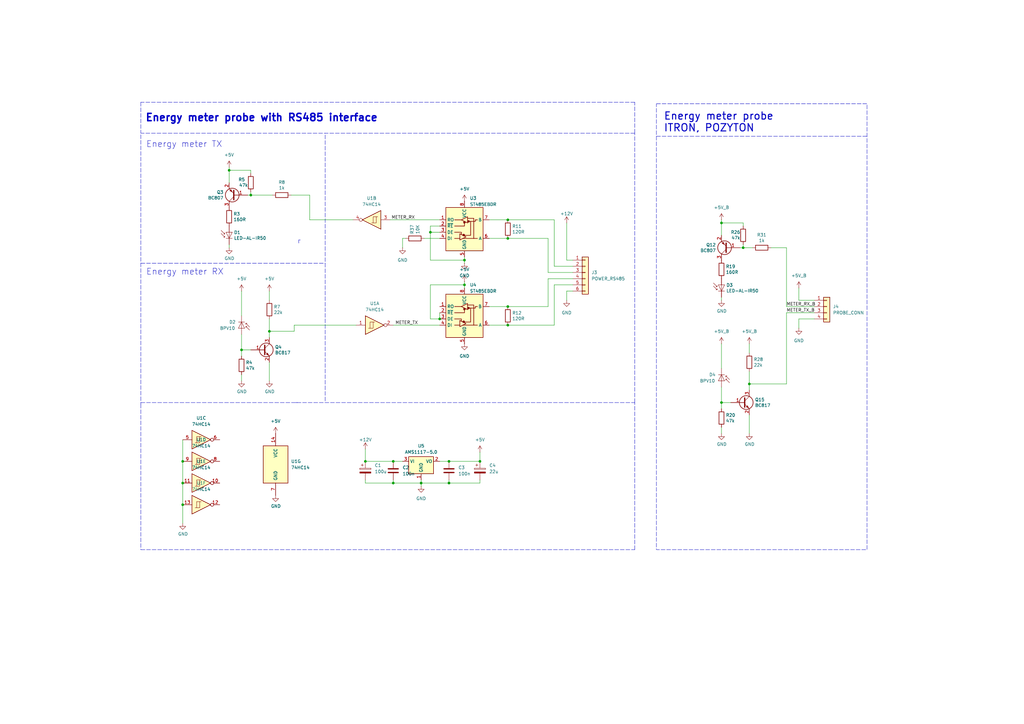
<source format=kicad_sch>
(kicad_sch (version 20231120) (generator "eeschema") (generator_version "8.0")
  (paper "A3")
  (lib_symbols
    (symbol "74xx:74HC14" (pin_names (offset 1.016))
      (property "Reference" "U" (at 0 1.27 0))
      (property "Value" "74HC14" (at 0 -1.27 0))
      (symbol "74HC14_1_0"
        (polyline (pts (xy -3.81 3.81) (xy -3.81 -3.81) (xy 3.81 0) (xy -3.81 3.81)) (stroke (width 0.254)) (fill (type background)))
        (pin input line (at -7.62 0 0) (length 3.81) (name "~") (number "1"))
        (pin output inverted (at 7.62 0 180) (length 3.81) (name "~") (number "2"))
      )
      (symbol "74HC14_1_1"
        (polyline (pts (xy -1.905 -1.27) (xy -1.905 1.27) (xy -0.635 1.27)))
        (polyline (pts (xy -2.54 -1.27) (xy -0.635 -1.27) (xy -0.635 1.27) (xy 0 1.27)))
      )
      (symbol "74HC14_2_0"
        (polyline (pts (xy -3.81 3.81) (xy -3.81 -3.81) (xy 3.81 0) (xy -3.81 3.81)) (stroke (width 0.254)) (fill (type background)))
        (pin input line (at -7.62 0 0) (length 3.81) (name "~") (number "3"))
        (pin output inverted (at 7.62 0 180) (length 3.81) (name "~") (number "4"))
      )
      (symbol "74HC14_2_1"
        (polyline (pts (xy -1.905 -1.27) (xy -1.905 1.27) (xy -0.635 1.27)))
        (polyline (pts (xy -2.54 -1.27) (xy -0.635 -1.27) (xy -0.635 1.27) (xy 0 1.27)))
      )
      (symbol "74HC14_3_0"
        (polyline (pts (xy -3.81 3.81) (xy -3.81 -3.81) (xy 3.81 0) (xy -3.81 3.81)) (stroke (width 0.254)) (fill (type background)))
        (pin input line (at -7.62 0 0) (length 3.81) (name "~") (number "5"))
        (pin output inverted (at 7.62 0 180) (length 3.81) (name "~") (number "6"))
      )
      (symbol "74HC14_3_1"
        (polyline (pts (xy -1.905 -1.27) (xy -1.905 1.27) (xy -0.635 1.27)))
        (polyline (pts (xy -2.54 -1.27) (xy -0.635 -1.27) (xy -0.635 1.27) (xy 0 1.27)))
      )
      (symbol "74HC14_4_0"
        (polyline (pts (xy -3.81 3.81) (xy -3.81 -3.81) (xy 3.81 0) (xy -3.81 3.81)) (stroke (width 0.254)) (fill (type background)))
        (pin output inverted (at 7.62 0 180) (length 3.81) (name "~") (number "8"))
        (pin input line (at -7.62 0 0) (length 3.81) (name "~") (number "9"))
      )
      (symbol "74HC14_4_1"
        (polyline (pts (xy -1.905 -1.27) (xy -1.905 1.27) (xy -0.635 1.27)))
        (polyline (pts (xy -2.54 -1.27) (xy -0.635 -1.27) (xy -0.635 1.27) (xy 0 1.27)))
      )
      (symbol "74HC14_5_0"
        (polyline (pts (xy -3.81 3.81) (xy -3.81 -3.81) (xy 3.81 0) (xy -3.81 3.81)) (stroke (width 0.254)) (fill (type background)))
        (pin output inverted (at 7.62 0 180) (length 3.81) (name "~") (number "10"))
        (pin input line (at -7.62 0 0) (length 3.81) (name "~") (number "11"))
      )
      (symbol "74HC14_5_1"
        (polyline (pts (xy -1.905 -1.27) (xy -1.905 1.27) (xy -0.635 1.27)))
        (polyline (pts (xy -2.54 -1.27) (xy -0.635 -1.27) (xy -0.635 1.27) (xy 0 1.27)))
      )
      (symbol "74HC14_6_0"
        (polyline (pts (xy -3.81 3.81) (xy -3.81 -3.81) (xy 3.81 0) (xy -3.81 3.81)) (stroke (width 0.254)) (fill (type background)))
        (pin output inverted (at 7.62 0 180) (length 3.81) (name "~") (number "12"))
        (pin input line (at -7.62 0 0) (length 3.81) (name "~") (number "13"))
      )
      (symbol "74HC14_6_1"
        (polyline (pts (xy -1.905 -1.27) (xy -1.905 1.27) (xy -0.635 1.27)))
        (polyline (pts (xy -2.54 -1.27) (xy -0.635 -1.27) (xy -0.635 1.27) (xy 0 1.27)))
      )
      (symbol "74HC14_7_0"
        (pin power_in line (at 0 12.7 270) (length 5.08) (name "VCC") (number "14"))
        (pin power_in line (at 0 -12.7 90) (length 5.08) (name "GND") (number "7"))
      )
      (symbol "74HC14_7_1"
        (rectangle (start -5.08 7.62) (end 5.08 -7.62) (stroke (width 0.254)) (fill (type background)))
      )
    )
    (symbol "Connector_Generic:Conn_01x04" (pin_names (offset 1.016) hide)
      (property "Reference" "J" (at 0 5.08 0))
      (property "Value" "Conn_01x04" (at 0 -7.62 0))
      (symbol "Conn_01x04_1_1"
        (rectangle (start -1.27 -4.953) (end 0 -5.207) (stroke (width 0.1524)))
        (rectangle (start -1.27 -2.413) (end 0 -2.667) (stroke (width 0.1524)))
        (rectangle (start -1.27 0.127) (end 0 -0.127) (stroke (width 0.1524)))
        (rectangle (start -1.27 2.667) (end 0 2.413) (stroke (width 0.1524)))
        (rectangle (start -1.27 3.81) (end 1.27 -6.35) (stroke (width 0.254)) (fill (type background)))
        (pin passive line (at -5.08 2.54 0) (length 3.81) (name "Pin_1") (number "1"))
        (pin passive line (at -5.08 0 0) (length 3.81) (name "Pin_2") (number "2"))
        (pin passive line (at -5.08 -2.54 0) (length 3.81) (name "Pin_3") (number "3"))
        (pin passive line (at -5.08 -5.08 0) (length 3.81) (name "Pin_4") (number "4"))
      )
    )
    (symbol "Connector_Generic:Conn_01x06" (pin_names (offset 1.016) hide)
      (property "Reference" "J" (at 0 7.62 0))
      (property "Value" "Conn_01x06" (at 0 -10.16 0))
      (symbol "Conn_01x06_1_1"
        (rectangle (start -1.27 -7.493) (end 0 -7.747) (stroke (width 0.1524)))
        (rectangle (start -1.27 -4.953) (end 0 -5.207) (stroke (width 0.1524)))
        (rectangle (start -1.27 -2.413) (end 0 -2.667) (stroke (width 0.1524)))
        (rectangle (start -1.27 0.127) (end 0 -0.127) (stroke (width 0.1524)))
        (rectangle (start -1.27 2.667) (end 0 2.413) (stroke (width 0.1524)))
        (rectangle (start -1.27 5.207) (end 0 4.953) (stroke (width 0.1524)))
        (rectangle (start -1.27 6.35) (end 1.27 -8.89) (stroke (width 0.254)) (fill (type background)))
        (pin passive line (at -5.08 5.08 0) (length 3.81) (name "Pin_1") (number "1"))
        (pin passive line (at -5.08 2.54 0) (length 3.81) (name "Pin_2") (number "2"))
        (pin passive line (at -5.08 0 0) (length 3.81) (name "Pin_3") (number "3"))
        (pin passive line (at -5.08 -2.54 0) (length 3.81) (name "Pin_4") (number "4"))
        (pin passive line (at -5.08 -5.08 0) (length 3.81) (name "Pin_5") (number "5"))
        (pin passive line (at -5.08 -7.62 0) (length 3.81) (name "Pin_6") (number "6"))
      )
    )
    (symbol "Device:C" (pin_numbers hide) (pin_names (offset 0.254))
      (property "Reference" "C" (at 0.635 2.54 0))
      (property "Value" "C" (at 0.635 -2.54 0))
      (symbol "C_0_1"
        (polyline (pts (xy -2.032 -0.762) (xy 2.032 -0.762)) (stroke (width 0.508)))
        (polyline (pts (xy -2.032 0.762) (xy 2.032 0.762)) (stroke (width 0.508)))
      )
      (symbol "C_1_1"
        (pin passive line (at 0 3.81 270) (length 2.794) (name "~") (number "1"))
        (pin passive line (at 0 -3.81 90) (length 2.794) (name "~") (number "2"))
      )
    )
    (symbol "Device:C_Polarized" (pin_numbers hide) (pin_names (offset 0.254))
      (property "Reference" "C" (at 0.635 2.54 0))
      (property "Value" "C_Polarized" (at 0.635 -2.54 0))
      (symbol "C_Polarized_0_1"
        (rectangle (start -2.286 0.508) (end 2.286 1.016))
        (polyline (pts (xy -1.778 2.286) (xy -0.762 2.286)))
        (polyline (pts (xy -1.27 2.794) (xy -1.27 1.778)))
        (rectangle (start 2.286 -0.508) (end -2.286 -1.016) (fill (type outline)))
      )
      (symbol "C_Polarized_1_1"
        (pin passive line (at 0 3.81 270) (length 2.794) (name "~") (number "1"))
        (pin passive line (at 0 -3.81 90) (length 2.794) (name "~") (number "2"))
      )
    )
    (symbol "Device:R" (pin_numbers hide) (pin_names (offset 0))
      (property "Reference" "R" (at 2.032 0 90))
      (property "Value" "R" (at 0 0 90))
      (symbol "R_0_1"
        (rectangle (start -1.016 -2.54) (end 1.016 2.54) (stroke (width 0.254)))
      )
      (symbol "R_1_1"
        (pin passive line (at 0 3.81 270) (length 1.27) (name "~") (number "1"))
        (pin passive line (at 0 -3.81 90) (length 1.27) (name "~") (number "2"))
      )
    )
    (symbol "Interface_UART:ST485EBDR"
      (property "Reference" "U" (at -6.35 8.89 0))
      (property "Value" "ST485EBDR" (at 1.27 8.89 0))
      (symbol "ST485EBDR_0_1"
        (rectangle (start -7.62 7.62) (end 7.62 -10.16) (stroke (width 0.254)) (fill (type background)))
        (circle (center -0.3048 -3.683) (radius 0.3556) (stroke (width 0.254)) (fill (type outline)))
        (circle (center -0.0254 1.4986) (radius 0.3556) (stroke (width 0.254)) (fill (type outline)))
        (polyline (pts (xy -4.064 -5.08) (xy -1.905 -5.08)) (stroke (width 0.254)))
        (polyline (pts (xy -4.064 2.54) (xy -1.27 2.54)) (stroke (width 0.254)))
        (polyline (pts (xy -1.27 -3.2004) (xy -1.27 -3.4544)) (stroke (width 0.254)))
        (polyline (pts (xy -0.635 -5.08) (xy 5.334 -5.08)) (stroke (width 0.254)))
        (polyline (pts (xy -4.064 -2.54) (xy -1.27 -2.54) (xy -1.27 -3.175)) (stroke (width 0.254)))
        (polyline (pts (xy 0 1.27) (xy 0 0) (xy -4.064 0)) (stroke (width 0.254)))
        (polyline (pts (xy 1.27 3.175) (xy 3.81 3.175) (xy 3.81 -5.08)) (stroke (width 0.254)))
        (polyline (pts (xy 2.54 1.905) (xy 2.54 -3.81) (xy 0 -3.81)) (stroke (width 0.254)))
        (polyline (pts (xy -1.905 -3.175) (xy -1.905 -5.715) (xy 0.635 -4.445) (xy -1.905 -3.175)) (stroke (width 0.254)))
        (polyline (pts (xy -1.27 2.54) (xy 1.27 3.81) (xy 1.27 1.27) (xy -1.27 2.54)) (stroke (width 0.254)))
        (polyline (pts (xy 1.905 1.905) (xy 4.445 1.905) (xy 4.445 2.54) (xy 5.334 2.54)) (stroke (width 0.254)))
        (rectangle (start 1.27 3.175) (end 1.27 3.175))
        (circle (center 1.651 1.905) (radius 0.3556) (stroke (width 0.254)) (fill (type outline)))
      )
      (symbol "ST485EBDR_1_1"
        (pin output line (at -10.16 2.54 0) (length 2.54) (name "RO") (number "1"))
        (pin input line (at -10.16 0 0) (length 2.54) (name "~{RE}") (number "2"))
        (pin input line (at -10.16 -2.54 0) (length 2.54) (name "DE") (number "3"))
        (pin input line (at -10.16 -5.08 0) (length 2.54) (name "DI") (number "4"))
        (pin power_in line (at 0 -12.7 90) (length 2.54) (name "GND") (number "5"))
        (pin bidirectional line (at 10.16 -5.08 180) (length 2.54) (name "A") (number "6"))
        (pin bidirectional line (at 10.16 2.54 180) (length 2.54) (name "B") (number "7"))
        (pin power_in line (at 0 10.16 270) (length 2.54) (name "VCC") (number "8"))
      )
    )
    (symbol "Regulator_Linear:AMS1117-5.0"
      (property "Reference" "U" (at -3.81 3.175 0))
      (property "Value" "AMS1117-5.0" (at 0 3.175 0))
      (symbol "AMS1117-5.0_0_1"
        (rectangle (start -5.08 -5.08) (end 5.08 1.905) (stroke (width 0.254)) (fill (type background)))
      )
      (symbol "AMS1117-5.0_1_1"
        (pin power_in line (at 0 -7.62 90) (length 2.54) (name "GND") (number "1"))
        (pin power_out line (at 7.62 0 180) (length 2.54) (name "VO") (number "2"))
        (pin power_in line (at -7.62 0 0) (length 2.54) (name "VI") (number "3"))
      )
    )
    (symbol "Sensor_Optical:BP104" (pin_numbers hide) (pin_names (offset 1.016) hide)
      (property "Reference" "D" (at 0.508 1.778 0))
      (property "Value" "BP104" (at -1.016 -2.794 0))
      (symbol "BP104_0_1"
        (polyline (pts (xy -2.54 1.27) (xy -2.54 -1.27)) (stroke (width 0.1524)))
        (polyline (pts (xy -2.032 1.778) (xy -1.524 1.778)))
        (polyline (pts (xy 0 -1.27) (xy 0 1.27)))
        (polyline (pts (xy 0 0) (xy -2.54 0)))
        (polyline (pts (xy -0.508 3.302) (xy -2.032 1.778) (xy -2.032 2.286)))
        (polyline (pts (xy 0 1.27) (xy -2.54 0) (xy 0 -1.27)))
        (polyline (pts (xy 0.762 3.302) (xy -0.762 1.778) (xy -0.762 2.286) (xy -0.762 1.778) (xy -0.254 1.778)))
      )
      (symbol "BP104_1_1"
        (pin passive line (at -5.08 0 0) (length 2.54) (name "K") (number "1"))
        (pin passive line (at 2.54 0 180) (length 2.54) (name "A") (number "2"))
      )
    )
    (symbol "Sensor_Optical:SFH203FA" (pin_numbers hide) (pin_names hide)
      (property "Reference" "D" (at 0.508 1.778 0))
      (property "Value" "SFH203FA" (at -1.016 -2.794 0))
      (symbol "SFH203FA_0_1"
        (polyline (pts (xy -2.54 0) (xy 0 0)))
        (polyline (pts (xy -2.54 1.27) (xy -2.54 -1.27)) (stroke (width 0.1524)))
        (polyline (pts (xy -2.032 1.778) (xy -1.524 1.778)))
        (polyline (pts (xy 0 -1.27) (xy 0 1.27)))
        (polyline (pts (xy -0.508 3.302) (xy -2.032 1.778) (xy -2.032 2.286)))
        (polyline (pts (xy 0 1.27) (xy -2.54 0) (xy 0 -1.27)))
        (polyline (pts (xy 0.762 3.302) (xy -0.762 1.778) (xy -0.762 2.286) (xy -0.762 1.778) (xy -0.254 1.778)))
      )
      (symbol "SFH203FA_1_1"
        (pin passive line (at -5.08 0 0) (length 2.54) (name "K") (number "1"))
        (pin passive line (at 2.54 0 180) (length 2.54) (name "A") (number "2"))
      )
    )
    (symbol "Transistor_BJT:BC807" (pin_names (offset 0) hide)
      (property "Reference" "Q" (at 5.08 1.905 0))
      (property "Value" "BC807" (at 5.08 0 0))
      (symbol "BC807_0_1"
        (polyline (pts (xy 0.635 0.635) (xy 2.54 2.54)))
        (polyline (pts (xy 0.635 -0.635) (xy 2.54 -2.54) (xy 2.54 -2.54)))
        (polyline (pts (xy 0.635 1.905) (xy 0.635 -1.905) (xy 0.635 -1.905)) (stroke (width 0.508)))
        (polyline (pts (xy 2.286 -1.778) (xy 1.778 -2.286) (xy 1.27 -1.27) (xy 2.286 -1.778) (xy 2.286 -1.778)) (fill (type outline)))
        (circle (center 1.27 0) (radius 2.8194) (stroke (width 0.254)))
      )
      (symbol "BC807_1_1"
        (pin input line (at -5.08 0 0) (length 5.715) (name "B") (number "1"))
        (pin passive line (at 2.54 -5.08 90) (length 2.54) (name "E") (number "2"))
        (pin passive line (at 2.54 5.08 270) (length 2.54) (name "C") (number "3"))
      )
    )
    (symbol "Transistor_BJT:BC817" (pin_names (offset 0) hide)
      (property "Reference" "Q" (at 5.08 1.905 0))
      (property "Value" "BC817" (at 5.08 0 0))
      (symbol "BC817_0_1"
        (polyline (pts (xy 0.635 0.635) (xy 2.54 2.54)))
        (polyline (pts (xy 0.635 -0.635) (xy 2.54 -2.54) (xy 2.54 -2.54)))
        (polyline (pts (xy 0.635 1.905) (xy 0.635 -1.905) (xy 0.635 -1.905)) (stroke (width 0.508)))
        (polyline (pts (xy 1.27 -1.778) (xy 1.778 -1.27) (xy 2.286 -2.286) (xy 1.27 -1.778) (xy 1.27 -1.778)) (fill (type outline)))
        (circle (center 1.27 0) (radius 2.8194) (stroke (width 0.254)))
      )
      (symbol "BC817_1_1"
        (pin input line (at -5.08 0 0) (length 5.715) (name "B") (number "1"))
        (pin passive line (at 2.54 -5.08 90) (length 2.54) (name "E") (number "2"))
        (pin passive line (at 2.54 5.08 270) (length 2.54) (name "C") (number "3"))
      )
    )
    (symbol "emosystem-probe-rescue:GND-power" (power) (pin_names (offset 0))
      (property "Value" "power_GND" (at 0 -3.81 0))
      (symbol "GND-power_0_1"
        (polyline (pts (xy 0 0) (xy 0 -1.27) (xy 1.27 -1.27) (xy 0 -2.54) (xy -1.27 -1.27) (xy 0 -1.27)))
      )
      (symbol "GND-power_1_1"
        (pin power_in line (at 0 0 270) (length 0) hide (name "GND") (number "1"))
      )
    )
    (symbol "power:+12V" (power) (pin_numbers hide) (pin_names (offset 0) hide)
      (property "Value" "+12V" (at 0 3.556 0))
      (symbol "+12V_0_1"
        (polyline (pts (xy -0.762 1.27) (xy 0 2.54)))
        (polyline (pts (xy 0 0) (xy 0 2.54)))
        (polyline (pts (xy 0 2.54) (xy 0.762 1.27)))
      )
      (symbol "+12V_1_1"
        (pin power_in line (at 0 0 90) (length 0) (name "~") (number "1"))
      )
    )
    (symbol "power:+5V" (power) (pin_numbers hide) (pin_names (offset 0) hide)
      (property "Value" "+5V" (at 0 3.556 0))
      (symbol "+5V_0_1"
        (polyline (pts (xy -0.762 1.27) (xy 0 2.54)))
        (polyline (pts (xy 0 0) (xy 0 2.54)))
        (polyline (pts (xy 0 2.54) (xy 0.762 1.27)))
      )
      (symbol "+5V_1_1"
        (pin power_in line (at 0 0 90) (length 0) (name "~") (number "1"))
      )
    )
    (symbol "power:GND" (power) (pin_numbers hide) (pin_names (offset 0) hide)
      (property "Value" "GND" (at 0 -3.81 0))
      (symbol "GND_0_1"
        (polyline (pts (xy 0 0) (xy 0 -1.27) (xy 1.27 -1.27) (xy 0 -2.54) (xy -1.27 -1.27) (xy 0 -1.27)))
      )
      (symbol "GND_1_1"
        (pin power_in line (at 0 0 270) (length 0) (name "~") (number "1"))
      )
    )
  )
  (junction (at 74.93 189.23))
  (junction (at 190.5 106.68))
  (junction (at 184.15 198.12))
  (junction (at 208.28 133.35))
  (junction (at 295.91 165.1))
  (junction (at 176.53 95.25))
  (junction (at 110.49 135.89))
  (junction (at 295.91 91.44))
  (junction (at 190.5 116.84))
  (junction (at 304.8 101.6))
  (junction (at 208.28 125.73))
  (junction (at 208.28 90.17))
  (junction (at 161.29 198.12))
  (junction (at 307.34 157.48))
  (junction (at 208.28 97.79))
  (junction (at 149.86 189.23))
  (junction (at 102.87 80.01))
  (junction (at 161.29 189.23))
  (junction (at 172.72 198.12))
  (junction (at 196.85 189.23))
  (junction (at 74.93 207.01))
  (junction (at 99.06 143.51))
  (junction (at 184.15 189.23))
  (junction (at 180.34 130.81))
  (junction (at 93.98 69.85))
  (junction (at 74.93 198.12))
  (wire (pts (xy 227.33 116.84) (xy 227.33 133.35)))
  (wire (pts (xy 190.5 107.95) (xy 190.5 106.68)))
  (wire (pts (xy 304.8 100.33) (xy 304.8 101.6)))
  (wire (pts (xy 165.1 97.79) (xy 166.37 97.79)))
  (wire (pts (xy 176.53 130.81) (xy 180.34 130.81)))
  (polyline (pts (xy 122.555 98.425) (xy 122.555 99.695)))
  (wire (pts (xy 149.86 196.85) (xy 149.86 198.12)))
  (wire (pts (xy 74.93 207.01) (xy 74.93 214.63)))
  (wire (pts (xy 196.85 189.23) (xy 196.85 185.42)))
  (wire (pts (xy 184.15 198.12) (xy 196.85 198.12)))
  (wire (pts (xy 227.33 90.17) (xy 208.28 90.17)))
  (polyline (pts (xy 121.92 165.1) (xy 121.285 165.1)))
  (polyline (pts (xy 57.785 107.95) (xy 133.35 107.95)) (stroke (width 0) (type dash)))
  (wire (pts (xy 99.06 129.54) (xy 99.06 119.38)))
  (wire (pts (xy 176.53 95.25) (xy 176.53 92.71)))
  (polyline (pts (xy 260.35 165.1) (xy 260.35 54.61)) (stroke (width 0) (type dash)))
  (polyline (pts (xy 260.35 54.61) (xy 260.35 41.91)) (stroke (width 0) (type dash)))
  (wire (pts (xy 295.91 167.64) (xy 295.91 165.1)))
  (wire (pts (xy 234.95 114.3) (xy 224.79 114.3)))
  (polyline (pts (xy 57.785 41.91) (xy 57.785 54.61)) (stroke (width 0) (type dash)))
  (wire (pts (xy 227.33 109.22) (xy 227.33 90.17)))
  (wire (pts (xy 110.49 135.89) (xy 110.49 138.43)))
  (polyline (pts (xy 57.785 55.245) (xy 57.785 165.735)) (stroke (width 0) (type dash)))
  (polyline (pts (xy 57.785 225.425) (xy 260.35 225.425)) (stroke (width 0) (type dash)))
  (wire (pts (xy 200.66 97.79) (xy 208.28 97.79)))
  (wire (pts (xy 146.05 133.35) (xy 120.65 133.35)))
  (wire (pts (xy 149.86 189.23) (xy 149.86 184.15)))
  (wire (pts (xy 295.91 158.75) (xy 295.91 165.1)))
  (wire (pts (xy 99.06 137.16) (xy 99.06 143.51)))
  (wire (pts (xy 74.93 180.34) (xy 74.93 189.23)))
  (wire (pts (xy 190.5 106.68) (xy 190.5 105.41)))
  (wire (pts (xy 322.58 101.6) (xy 322.58 125.73)))
  (wire (pts (xy 327.66 130.81) (xy 327.66 134.62)))
  (wire (pts (xy 180.34 189.23) (xy 184.15 189.23)))
  (wire (pts (xy 295.91 90.17) (xy 295.91 91.44)))
  (wire (pts (xy 172.72 198.12) (xy 184.15 198.12)))
  (polyline (pts (xy 57.785 165.1) (xy 260.35 165.1)) (stroke (width 0) (type dash)))
  (wire (pts (xy 102.87 71.12) (xy 102.87 69.85)))
  (wire (pts (xy 102.87 69.85) (xy 93.98 69.85)))
  (wire (pts (xy 127 90.17) (xy 127 80.01)))
  (wire (pts (xy 316.23 101.6) (xy 322.58 101.6)))
  (wire (pts (xy 93.98 101.6) (xy 93.98 100.33)))
  (wire (pts (xy 176.53 116.84) (xy 176.53 130.81)))
  (polyline (pts (xy 260.35 225.425) (xy 260.35 165.1)) (stroke (width 0) (type dash)))
  (wire (pts (xy 102.87 78.74) (xy 102.87 80.01)))
  (wire (pts (xy 224.79 97.79) (xy 224.79 111.76)))
  (wire (pts (xy 161.29 133.35) (xy 180.34 133.35)))
  (wire (pts (xy 102.87 143.51) (xy 99.06 143.51)))
  (wire (pts (xy 180.34 128.27) (xy 180.34 130.81)))
  (wire (pts (xy 307.34 152.4) (xy 307.34 157.48)))
  (wire (pts (xy 190.5 116.84) (xy 176.53 116.84)))
  (wire (pts (xy 224.79 125.73) (xy 208.28 125.73)))
  (wire (pts (xy 184.15 198.12) (xy 184.15 196.85)))
  (wire (pts (xy 99.06 146.05) (xy 99.06 143.51)))
  (wire (pts (xy 176.53 106.68) (xy 176.53 95.25)))
  (wire (pts (xy 322.58 128.27) (xy 322.58 157.48)))
  (wire (pts (xy 208.28 125.73) (xy 200.66 125.73)))
  (wire (pts (xy 304.8 91.44) (xy 295.91 91.44)))
  (wire (pts (xy 334.01 130.81) (xy 327.66 130.81)))
  (polyline (pts (xy 260.35 54.61) (xy 57.785 54.61)) (stroke (width 0) (type dash)))
  (wire (pts (xy 110.49 130.81) (xy 110.49 135.89)))
  (wire (pts (xy 93.98 68.58) (xy 93.98 69.85)))
  (polyline (pts (xy 269.24 55.88) (xy 355.6 55.88)) (stroke (width 0) (type dash)))
  (wire (pts (xy 208.28 90.17) (xy 200.66 90.17)))
  (wire (pts (xy 196.85 189.23) (xy 184.15 189.23)))
  (wire (pts (xy 322.58 125.73) (xy 334.01 125.73)))
  (wire (pts (xy 208.28 97.79) (xy 224.79 97.79)))
  (wire (pts (xy 165.1 189.23) (xy 161.29 189.23)))
  (wire (pts (xy 227.33 133.35) (xy 208.28 133.35)))
  (wire (pts (xy 322.58 157.48) (xy 307.34 157.48)))
  (wire (pts (xy 160.02 90.17) (xy 180.34 90.17)))
  (wire (pts (xy 234.95 109.22) (xy 227.33 109.22)))
  (wire (pts (xy 299.72 165.1) (xy 295.91 165.1)))
  (wire (pts (xy 172.72 198.12) (xy 172.72 199.39)))
  (wire (pts (xy 224.79 111.76) (xy 234.95 111.76)))
  (wire (pts (xy 295.91 151.13) (xy 295.91 140.97)))
  (wire (pts (xy 234.95 106.68) (xy 232.41 106.68)))
  (wire (pts (xy 190.5 106.68) (xy 176.53 106.68)))
  (wire (pts (xy 74.93 189.23) (xy 74.93 198.12)))
  (wire (pts (xy 307.34 140.97) (xy 307.34 144.78)))
  (wire (pts (xy 120.65 133.35) (xy 120.65 135.89)))
  (wire (pts (xy 161.29 198.12) (xy 172.72 198.12)))
  (wire (pts (xy 234.95 116.84) (xy 227.33 116.84)))
  (polyline (pts (xy 260.35 41.91) (xy 57.785 41.91)) (stroke (width 0) (type dash)))
  (wire (pts (xy 295.91 123.19) (xy 295.91 121.92)))
  (wire (pts (xy 232.41 91.44) (xy 232.41 106.68)))
  (wire (pts (xy 110.49 156.21) (xy 110.49 148.59)))
  (wire (pts (xy 161.29 196.85) (xy 161.29 198.12)))
  (wire (pts (xy 307.34 177.8) (xy 307.34 170.18)))
  (wire (pts (xy 232.41 123.19) (xy 232.41 119.38)))
  (wire (pts (xy 176.53 95.25) (xy 180.34 95.25)))
  (wire (pts (xy 232.41 119.38) (xy 234.95 119.38)))
  (wire (pts (xy 176.53 92.71) (xy 180.34 92.71)))
  (wire (pts (xy 110.49 119.38) (xy 110.49 123.19)))
  (wire (pts (xy 93.98 69.85) (xy 93.98 74.93)))
  (wire (pts (xy 99.06 153.67) (xy 99.06 156.21)))
  (wire (pts (xy 334.01 123.19) (xy 327.66 123.19)))
  (wire (pts (xy 327.66 123.19) (xy 327.66 118.11)))
  (wire (pts (xy 149.86 189.23) (xy 161.29 189.23)))
  (wire (pts (xy 322.58 128.27) (xy 334.01 128.27)))
  (polyline (pts (xy 123.19 98.425) (xy 122.555 98.425)))
  (wire (pts (xy 165.1 101.6) (xy 165.1 97.79)))
  (wire (pts (xy 190.5 116.84) (xy 190.5 118.11)))
  (wire (pts (xy 173.99 97.79) (xy 180.34 97.79)))
  (wire (pts (xy 295.91 175.26) (xy 295.91 177.8)))
  (wire (pts (xy 127 80.01) (xy 119.38 80.01)))
  (wire (pts (xy 101.6 80.01) (xy 102.87 80.01)))
  (wire (pts (xy 196.85 198.12) (xy 196.85 196.85)))
  (wire (pts (xy 102.87 80.01) (xy 111.76 80.01)))
  (wire (pts (xy 208.28 133.35) (xy 200.66 133.35)))
  (wire (pts (xy 304.8 92.71) (xy 304.8 91.44)))
  (wire (pts (xy 149.86 198.12) (xy 161.29 198.12)))
  (wire (pts (xy 172.72 196.85) (xy 172.72 198.12)))
  (polyline (pts (xy 57.785 165.735) (xy 57.785 225.425)) (stroke (width 0) (type dash)))
  (wire (pts (xy 190.5 115.57) (xy 190.5 116.84)))
  (wire (pts (xy 303.53 101.6) (xy 304.8 101.6)))
  (polyline (pts (xy 133.35 164.465) (xy 133.35 54.61)) (stroke (width 0) (type dash)))
  (wire (pts (xy 295.91 91.44) (xy 295.91 96.52)))
  (wire (pts (xy 144.78 90.17) (xy 127 90.17)))
  (wire (pts (xy 304.8 101.6) (xy 308.61 101.6)))
  (wire (pts (xy 120.65 135.89) (xy 110.49 135.89)))
  (wire (pts (xy 224.79 114.3) (xy 224.79 125.73)))
  (wire (pts (xy 307.34 157.48) (xy 307.34 160.02)))
  (wire (pts (xy 74.93 198.12) (xy 74.93 207.01)))
  (rectangle (start 269.24 42.545) (end 355.6 225.425) (stroke (width 0) (type dash)))
  (text "Energy meter RX\n" (at 59.944 113.03 0) (effects (font (size 2.5 2.5)) (justify left bottom)))
  (text "Energy meter probe\nITRON, POZYTON" (at 272.161 50.165 0) (effects (font (size 3 3) (thickness 0.4) (bold yes)) (justify left)))
  (text "Energy meter TX" (at 59.944 60.706 0) (effects (font (size 2.5 2.5)) (justify left bottom)))
  (text "Energy meter probe with RS485 interface" (at 107.315 48.387 0) (effects (font (size 3 3) (bold yes))))
  (label "METER_TX" (at 171.45 133.35 180))
  (label "METER_RX" (at 170.18 90.17 180))
  (label "METER_TX_B" (at 322.58 128.27 0))
  (label "METER_RX_B" (at 322.58 125.73 0))
  (symbol (lib_id "power:+12V") (at 232.41 91.44 0) (unit 1)
    (property "Reference" "#PWR026" (effects (hide yes)))
    (property "Value" "+12V" (at 232.41 87.63 0))
    (property "Description" "Power symbol creates a global label with name \"+12V\"" (effects (hide yes)))
  )
  (symbol (lib_id "emosystem-probe-rescue:GND-power") (at 307.34 177.8 0) (unit 1)
    (property "Reference" "#PWR040" (effects (hide yes)))
    (property "Value" "GND" (at 307.467 182.1942 0))
  )
  (symbol (lib_id "Transistor_BJT:BC807") (at 96.52 80.01 180) (unit 1)
    (property "Reference" "Q3" (at 91.6686 78.8416 0) (effects (justify left)))
    (property "Value" "BC807" (at 91.6686 81.153 0) (effects (justify left)))
    (property "Footprint" "Package_TO_SOT_SMD:SOT-23" (effects (hide yes)))
    (property "Datasheet" "http://www.fairchildsemi.com/ds/BC/BC807.pdf" (effects (hide yes)))
  )
  (symbol (lib_id "power:+5V") (at 93.98 68.58 0) (unit 1)
    (property "Reference" "#PWR03" (effects (hide yes)))
    (property "Value" "+5V" (at 93.98 63.5 0))
    (property "Description" "Power symbol creates a global label with name \"+5V\"" (effects (hide yes)))
  )
  (symbol (lib_id "Sensor_Optical:BP104") (at 99.06 134.62 270) (unit 1)
    (property "Reference" "D2" (at 93.98 132.08 90) (effects (justify left)))
    (property "Value" "BPV10" (at 90.17 134.62 90) (effects (justify left)))
    (property "Footprint" "LED_THT:LED_D5.0mm" (effects (hide yes)))
    (property "Datasheet" "https://www.vishay.com/docs/81502/bpv10.pdf" (effects (hide yes)))
  )
  (symbol (lib_id "Device:R") (at 295.91 110.49 0) (unit 1)
    (property "Reference" "R19" (at 297.688 109.3216 0) (effects (justify left)))
    (property "Value" "160R" (at 297.688 111.633 0) (effects (justify left)))
    (property "Footprint" "Resistor_SMD:R_0805_2012Metric_Pad1.20x1.40mm_HandSolder" (effects (hide yes)))
  )
  (symbol (lib_id "power:GND") (at 327.66 134.62 0) (unit 1)
    (property "Reference" "#PWR046" (effects (hide yes)))
    (property "Value" "GND" (at 327.66 139.7 0))
    (property "Description" "Power symbol creates a global label with name \"GND\" , ground" (effects (hide yes)))
  )
  (symbol (lib_id "Device:R") (at 110.49 127 0) (unit 1)
    (property "Reference" "R7" (at 112.268 125.8316 0) (effects (justify left)))
    (property "Value" "22k" (at 112.268 128.143 0) (effects (justify left)))
    (property "Footprint" "Resistor_SMD:R_0805_2012Metric_Pad1.20x1.40mm_HandSolder" (effects (hide yes)))
  )
  (symbol (lib_id "Device:R") (at 307.34 148.59 0) (unit 1)
    (property "Reference" "R28" (at 309.118 147.4216 0) (effects (justify left)))
    (property "Value" "22k" (at 309.118 149.733 0) (effects (justify left)))
    (property "Footprint" "Resistor_SMD:R_0805_2012Metric_Pad1.20x1.40mm_HandSolder" (effects (hide yes)))
  )
  (symbol (lib_id "Device:R") (at 93.98 88.9 0) (unit 1)
    (property "Reference" "R3" (at 95.758 87.7316 0) (effects (justify left)))
    (property "Value" "160R" (at 95.758 90.043 0) (effects (justify left)))
    (property "Footprint" "Resistor_SMD:R_0805_2012Metric_Pad1.20x1.40mm_HandSolder" (effects (hide yes)))
  )
  (symbol (lib_id "Transistor_BJT:BC817") (at 304.8 165.1 0) (unit 1)
    (property "Reference" "Q15" (at 309.6514 163.9316 0) (effects (justify left)))
    (property "Value" "BC817" (at 309.6514 166.243 0) (effects (justify left)))
    (property "Footprint" "Package_TO_SOT_SMD:SOT-23" (effects (hide yes)))
    (property "Datasheet" "http://www.fairchildsemi.com/ds/BC/BC817.pdf" (effects (hide yes)))
  )
  (symbol (lib_id "Device:R") (at 312.42 101.6 90) (unit 1)
    (property "Reference" "R31" (at 312.42 96.3422 90))
    (property "Value" "1k" (at 312.42 98.6536 90))
    (property "Footprint" "Resistor_SMD:R_0805_2012Metric_Pad1.20x1.40mm_HandSolder" (effects (hide yes)))
  )
  (symbol (lib_id "power:+5V") (at 99.06 119.38 0) (unit 1)
    (property "Reference" "#PWR05" (effects (hide yes)))
    (property "Value" "+5V" (at 99.06 114.3 0))
    (property "Description" "Power symbol creates a global label with name \"+5V\"" (effects (hide yes)))
  )
  (symbol (lib_id "Connector_Generic:Conn_01x06") (at 240.03 111.76 0) (unit 1)
    (property "Reference" "J3" (at 242.57 111.7599 0) (effects (justify left)))
    (property "Value" "POWER_RS485" (at 242.57 114.2999 0) (effects (justify left)))
    (property "Footprint" "My-Footprints-connectors:Pin_Header_Straight_1x06_Pitch2.54mm" (effects (hide yes)))
    (property "Description" "Generic connector, single row, 01x06, script generated (kicad-library-utils/schlib/autogen/connector/)" (effects (hide yes)))
  )
  (symbol (lib_id "Device:C") (at 161.29 193.04 0) (unit 1)
    (property "Reference" "C2" (at 165.1 191.7699 0) (effects (justify left)))
    (property "Value" "100n" (at 165.1 194.3099 0) (effects (justify left)))
    (property "Footprint" "Capacitor_SMD:C_0805_2012Metric_Pad1.18x1.45mm_HandSolder" (effects (hide yes)))
    (property "Description" "Unpolarized capacitor" (effects (hide yes)))
  )
  (symbol (lib_id "power:+5V") (at 295.91 90.17 0) (unit 1)
    (property "Reference" "#PWR035" (effects (hide yes)))
    (property "Value" "+5V_B" (at 295.91 85.09 0))
    (property "Description" "Power symbol creates a global label with name \"+5V\"" (effects (hide yes)))
  )
  (symbol (lib_id "Sensor_Optical:SFH203FA") (at 93.98 95.25 90) (unit 1)
    (property "Reference" "D1" (at 95.9612 95.3516 90) (effects (justify right)))
    (property "Value" "LED-AL-IR50" (at 95.9612 97.663 90) (effects (justify right)))
    (property "Footprint" "LED_THT:LED_D5.0mm" (effects (hide yes)))
    (property "Datasheet" "http://www.osram-os.com/Graphics/XPic9/00101656_0.pdf/SFH%20203,%20SFH%20203%20FA,%20Lead%20(Pb)%20Free%20Product%20-%20RoHS%20Compliant.pdf" (effects (hide yes)))
  )
  (symbol (lib_id "Device:R") (at 208.28 129.54 0) (unit 1)
    (property "Reference" "R12" (at 210.058 128.3716 0) (effects (justify left)))
    (property "Value" "120R" (at 210.058 130.683 0) (effects (justify left)))
    (property "Footprint" "Resistor_SMD:R_0805_2012Metric_Pad1.20x1.40mm_HandSolder" (effects (hide yes)))
  )
  (symbol (lib_id "Connector_Generic:Conn_01x04") (at 339.09 125.73 0) (unit 1)
    (property "Reference" "J4" (at 341.63 125.7299 0) (effects (justify left)))
    (property "Value" "PROBE_CONN" (at 341.63 128.2699 0) (effects (justify left)))
    (property "Footprint" "Connector_PinHeader_2.54mm:PinHeader_1x04_P2.54mm_Vertical" (effects (hide yes)))
    (property "Description" "Generic connector, single row, 01x04, script generated (kicad-library-utils/schlib/autogen/connector/)" (effects (hide yes)))
  )
  (symbol (lib_id "Device:R") (at 304.8 96.52 0) (mirror x) (unit 1)
    (property "Reference" "R26" (at 299.72 95.25 0) (effects (justify left)))
    (property "Value" "47k" (at 299.974 97.536 0) (effects (justify left)))
    (property "Footprint" "Resistor_SMD:R_0805_2012Metric_Pad1.20x1.40mm_HandSolder" (effects (hide yes)))
  )
  (symbol (lib_id "power:GND") (at 172.72 199.39 0) (unit 1)
    (property "Reference" "#PWR025" (effects (hide yes)))
    (property "Value" "GND" (at 172.72 204.47 0))
    (property "Description" "Power symbol creates a global label with name \"GND\" , ground" (effects (hide yes)))
  )
  (symbol (lib_id "74xx:74HC14") (at 152.4 90.17 180) (unit 2)
    (property "Reference" "U1" (at 152.4 81.28 0))
    (property "Value" "74HC14" (at 152.4 83.82 0))
    (property "Footprint" "Package_SO:SO-16_3.9x9.9mm_P1.27mm" (effects (hide yes)))
    (property "Datasheet" "http://www.ti.com/lit/gpn/sn74HC14" (effects (hide yes)))
    (property "Description" "Hex inverter schmitt trigger" (effects (hide yes)))
  )
  (symbol (lib_id "emosystem-probe-rescue:GND-power") (at 295.91 177.8 0) (unit 1)
    (property "Reference" "#PWR038" (effects (hide yes)))
    (property "Value" "GND" (at 296.037 182.1942 0))
  )
  (symbol (lib_id "74xx:74HC14") (at 153.67 133.35 0) (unit 1)
    (property "Reference" "U1" (at 153.67 124.46 0))
    (property "Value" "74HC14" (at 153.67 127 0))
    (property "Footprint" "Package_SO:SO-16_3.9x9.9mm_P1.27mm" (effects (hide yes)))
    (property "Datasheet" "http://www.ti.com/lit/gpn/sn74HC14" (effects (hide yes)))
    (property "Description" "Hex inverter schmitt trigger" (effects (hide yes)))
  )
  (symbol (lib_id "power:+5V") (at 307.34 140.97 0) (unit 1)
    (property "Reference" "#PWR039" (effects (hide yes)))
    (property "Value" "+5V_B" (at 307.34 135.89 0))
    (property "Description" "Power symbol creates a global label with name \"+5V\"" (effects (hide yes)))
  )
  (symbol (lib_id "power:+5V") (at 190.5 115.57 0) (unit 1)
    (property "Reference" "#PWR017" (effects (hide yes)))
    (property "Value" "+5V" (at 190.5 110.49 0))
    (property "Description" "Power symbol creates a global label with name \"+5V\"" (effects (hide yes)))
  )
  (symbol (lib_id "power:+5V") (at 327.66 118.11 0) (unit 1)
    (property "Reference" "#PWR041" (effects (hide yes)))
    (property "Value" "+5V_B" (at 327.66 113.03 0))
    (property "Description" "Power symbol creates a global label with name \"+5V\"" (effects (hide yes)))
  )
  (symbol (lib_id "Device:R") (at 115.57 80.01 90) (unit 1)
    (property "Reference" "R8" (at 115.57 74.7522 90))
    (property "Value" "1k" (at 115.57 77.0636 90))
    (property "Footprint" "Resistor_SMD:R_0805_2012Metric_Pad1.20x1.40mm_HandSolder" (effects (hide yes)))
  )
  (symbol (lib_id "power:+12V") (at 149.86 184.15 0) (unit 1)
    (property "Reference" "#PWR022" (effects (hide yes)))
    (property "Value" "+12V" (at 149.86 180.34 0))
    (property "Description" "Power symbol creates a global label with name \"+12V\"" (effects (hide yes)))
  )
  (symbol (lib_id "74xx:74HC14") (at 82.55 198.12 0) (unit 5)
    (property "Reference" "U1" (at 82.55 189.23 0))
    (property "Value" "74HC14" (at 82.55 191.77 0))
    (property "Footprint" "Package_SO:SO-16_3.9x9.9mm_P1.27mm" (effects (hide yes)))
    (property "Datasheet" "http://www.ti.com/lit/gpn/sn74HC14" (effects (hide yes)))
    (property "Description" "Hex inverter schmitt trigger" (effects (hide yes)))
  )
  (symbol (lib_id "power:+5V") (at 190.5 82.55 0) (unit 1)
    (property "Reference" "#PWR015" (effects (hide yes)))
    (property "Value" "+5V" (at 190.5 77.47 0))
    (property "Description" "Power symbol creates a global label with name \"+5V\"" (effects (hide yes)))
  )
  (symbol (lib_id "Transistor_BJT:BC817") (at 107.95 143.51 0) (unit 1)
    (property "Reference" "Q4" (at 112.8014 142.3416 0) (effects (justify left)))
    (property "Value" "BC817" (at 112.8014 144.653 0) (effects (justify left)))
    (property "Footprint" "Package_TO_SOT_SMD:SOT-23" (effects (hide yes)))
    (property "Datasheet" "http://www.fairchildsemi.com/ds/BC/BC817.pdf" (effects (hide yes)))
  )
  (symbol (lib_id "power:GND") (at 190.5 140.97 0) (unit 1)
    (property "Reference" "#PWR019" (effects (hide yes)))
    (property "Value" "GND" (at 190.5 146.05 0))
    (property "Description" "Power symbol creates a global label with name \"GND\" , ground" (effects (hide yes)))
  )
  (symbol (lib_id "Sensor_Optical:SFH203FA") (at 295.91 116.84 90) (unit 1)
    (property "Reference" "D3" (at 297.8912 116.9416 90) (effects (justify right)))
    (property "Value" "LED-AL-IR50" (at 297.8912 119.253 90) (effects (justify right)))
    (property "Footprint" "LED_THT:LED_D5.0mm" (effects (hide yes)))
    (property "Datasheet" "http://www.osram-os.com/Graphics/XPic9/00101656_0.pdf/SFH%20203,%20SFH%20203%20FA,%20Lead%20(Pb)%20Free%20Product%20-%20RoHS%20Compliant.pdf" (effects (hide yes)))
  )
  (symbol (lib_id "Interface_UART:ST485EBDR") (at 190.5 92.71 0) (unit 1)
    (property "Reference" "U3" (at 192.6941 81.28 0) (effects (justify left)))
    (property "Value" "ST485EBDR" (at 192.6941 83.82 0) (effects (justify left)))
    (property "Footprint" "Package_SO:SOIC-8_3.9x4.9mm_P1.27mm" (effects (hide yes)))
    (property "Datasheet" "http://www.st.com/resource/en/datasheet/st485eb.pdf" (effects (hide yes)))
    (property "Description" "Half duplex RS-485/RS-422, 5 Mbps, ±15kV electro-static discharge (ESD) protection, no slew-rate, with low-power shutdown, with receiver/driver enable, 256 transceiver on the bus - 40 to 85 °C, SOIC-8" (effects (hide yes)))
  )
  (symbol (lib_id "Interface_UART:ST485EBDR") (at 190.5 128.27 0) (unit 1)
    (property "Reference" "U4" (at 192.6941 116.84 0) (effects (justify left)))
    (property "Value" "ST485EBDR" (at 192.6941 119.38 0) (effects (justify left)))
    (property "Footprint" "Package_SO:SOIC-8_3.9x4.9mm_P1.27mm" (effects (hide yes)))
    (property "Datasheet" "http://www.st.com/resource/en/datasheet/st485eb.pdf" (effects (hide yes)))
    (property "Description" "Half duplex RS-485/RS-422, 5 Mbps, ±15kV electro-static discharge (ESD) protection, no slew-rate, with low-power shutdown, with receiver/driver enable, 256 transceiver on the bus - 40 to 85 °C, SOIC-8" (effects (hide yes)))
  )
  (symbol (lib_id "power:GND") (at 232.41 123.19 0) (unit 1)
    (property "Reference" "#PWR031" (effects (hide yes)))
    (property "Value" "GND" (at 232.41 128.27 0))
    (property "Description" "Power symbol creates a global label with name \"GND\" , ground" (effects (hide yes)))
  )
  (symbol (lib_id "Device:C_Polarized") (at 196.85 193.04 0) (unit 1)
    (property "Reference" "C4" (at 200.66 190.8809 0) (effects (justify left)))
    (property "Value" "22u" (at 200.66 193.4209 0) (effects (justify left)))
    (property "Footprint" "Capacitor_Tantalum_SMD:CP_EIA-3528-21_Kemet-B" (effects (hide yes)))
    (property "Description" "Polarized capacitor" (effects (hide yes)))
  )
  (symbol (lib_id "Device:R") (at 295.91 171.45 0) (unit 1)
    (property "Reference" "R20" (at 297.688 170.2816 0) (effects (justify left)))
    (property "Value" "47k" (at 297.688 172.593 0) (effects (justify left)))
    (property "Footprint" "Resistor_SMD:R_0805_2012Metric_Pad1.20x1.40mm_HandSolder" (effects (hide yes)))
  )
  (symbol (lib_id "Sensor_Optical:BP104") (at 295.91 156.21 270) (unit 1)
    (property "Reference" "D4" (at 290.83 153.67 90) (effects (justify left)))
    (property "Value" "BPV10" (at 287.02 156.21 90) (effects (justify left)))
    (property "Footprint" "LED_THT:LED_D5.0mm" (effects (hide yes)))
    (property "Datasheet" "https://www.vishay.com/docs/81502/bpv10.pdf" (effects (hide yes)))
  )
  (symbol (lib_id "74xx:74HC14") (at 82.55 189.23 0) (unit 4)
    (property "Reference" "U1" (at 82.55 180.34 0))
    (property "Value" "74HC14" (at 82.55 182.88 0))
    (property "Footprint" "Package_SO:SO-16_3.9x9.9mm_P1.27mm" (effects (hide yes)))
    (property "Datasheet" "http://www.ti.com/lit/gpn/sn74HC14" (effects (hide yes)))
    (property "Description" "Hex inverter schmitt trigger" (effects (hide yes)))
  )
  (symbol (lib_id "power:GND") (at 190.5 107.95 0) (unit 1)
    (property "Reference" "#PWR016" (effects (hide yes)))
    (property "Value" "GND" (at 190.5 113.03 0))
    (property "Description" "Power symbol creates a global label with name \"GND\" , ground" (effects (hide yes)))
  )
  (symbol (lib_id "emosystem-probe-rescue:GND-power") (at 295.91 123.19 0) (unit 1)
    (property "Reference" "#PWR036" (effects (hide yes)))
    (property "Value" "GND" (at 296.037 127.5842 0))
  )
  (symbol (lib_id "emosystem-probe-rescue:GND-power") (at 110.49 156.21 0) (unit 1)
    (property "Reference" "#PWR08" (effects (hide yes)))
    (property "Value" "GND" (at 110.617 160.6042 0))
  )
  (symbol (lib_id "Device:C") (at 184.15 193.04 0) (unit 1)
    (property "Reference" "C3" (at 187.96 191.7699 0) (effects (justify left)))
    (property "Value" "100n" (at 187.96 194.3099 0) (effects (justify left)))
    (property "Footprint" "Capacitor_SMD:C_0805_2012Metric_Pad1.18x1.45mm_HandSolder" (effects (hide yes)))
    (property "Description" "Unpolarized capacitor" (effects (hide yes)))
  )
  (symbol (lib_id "Device:R") (at 170.18 97.79 90) (unit 1)
    (property "Reference" "R37" (at 169.0116 96.012 0) (effects (justify left)))
    (property "Value" "10K" (at 171.323 96.012 0) (effects (justify left)))
    (property "Footprint" "Resistor_SMD:R_0805_2012Metric_Pad1.20x1.40mm_HandSolder" (effects (hide yes)))
  )
  (symbol (lib_id "power:+5V") (at 295.91 140.97 0) (unit 1)
    (property "Reference" "#PWR037" (effects (hide yes)))
    (property "Value" "+5V_B" (at 295.91 135.89 0))
    (property "Description" "Power symbol creates a global label with name \"+5V\"" (effects (hide yes)))
  )
  (symbol (lib_id "emosystem-probe-rescue:GND-power") (at 74.93 214.63 0) (unit 1)
    (property "Reference" "#PWR02" (effects (hide yes)))
    (property "Value" "GND" (at 75.057 219.0242 0))
  )
  (symbol (lib_id "power:+5V") (at 113.03 177.8 0) (unit 1)
    (property "Reference" "#PWR09" (effects (hide yes)))
    (property "Value" "+5V" (at 113.03 172.72 0))
    (property "Description" "Power symbol creates a global label with name \"+5V\"" (effects (hide yes)))
  )
  (symbol (lib_id "power:GND") (at 165.1 101.6 0) (unit 1)
    (property "Reference" "#PWR014" (effects (hide yes)))
    (property "Value" "GND" (at 165.1 106.68 0))
    (property "Description" "Power symbol creates a global label with name \"GND\" , ground" (effects (hide yes)))
  )
  (symbol (lib_id "Regulator_Linear:AMS1117-5.0") (at 172.72 189.23 0) (unit 1)
    (property "Reference" "U5" (at 172.72 182.88 0))
    (property "Value" "AMS1117-5.0" (at 172.72 185.42 0))
    (property "Footprint" "Package_TO_SOT_SMD:SOT-223-3_TabPin2" (effects (hide yes)))
    (property "Datasheet" "http://www.advanced-monolithic.com/pdf/ds1117.pdf" (effects (hide yes)))
    (property "Description" "1A Low Dropout regulator, positive, 5.0V fixed output, SOT-223" (effects (hide yes)))
  )
  (symbol (lib_id "74xx:74HC14") (at 113.03 190.5 0) (unit 7)
    (property "Reference" "U1" (at 119.38 189.2299 0) (effects (justify left)))
    (property "Value" "74HC14" (at 119.38 191.7699 0) (effects (justify left)))
    (property "Footprint" "Package_SO:SO-16_3.9x9.9mm_P1.27mm" (effects (hide yes)))
    (property "Datasheet" "http://www.ti.com/lit/gpn/sn74HC14" (effects (hide yes)))
    (property "Description" "Hex inverter schmitt trigger" (effects (hide yes)))
  )
  (symbol (lib_id "Device:R") (at 208.28 93.98 0) (unit 1)
    (property "Reference" "R11" (at 210.058 92.8116 0) (effects (justify left)))
    (property "Value" "120R" (at 210.058 95.123 0) (effects (justify left)))
    (property "Footprint" "Resistor_SMD:R_0805_2012Metric_Pad1.20x1.40mm_HandSolder" (effects (hide yes)))
  )
  (symbol (lib_id "power:+5V") (at 110.49 119.38 0) (unit 1)
    (property "Reference" "#PWR07" (effects (hide yes)))
    (property "Value" "+5V" (at 110.49 114.3 0))
    (property "Description" "Power symbol creates a global label with name \"+5V\"" (effects (hide yes)))
  )
  (symbol (lib_id "Transistor_BJT:BC807") (at 298.45 101.6 180) (unit 1)
    (property "Reference" "Q12" (at 293.5986 100.4316 0) (effects (justify left)))
    (property "Value" "BC807" (at 293.5986 102.743 0) (effects (justify left)))
    (property "Footprint" "Package_TO_SOT_SMD:SOT-23" (effects (hide yes)))
    (property "Datasheet" "http://www.fairchildsemi.com/ds/BC/BC807.pdf" (effects (hide yes)))
  )
  (symbol (lib_id "Device:R") (at 99.06 149.86 0) (unit 1)
    (property "Reference" "R4" (at 100.838 148.6916 0) (effects (justify left)))
    (property "Value" "47k" (at 100.838 151.003 0) (effects (justify left)))
    (property "Footprint" "Resistor_SMD:R_0805_2012Metric_Pad1.20x1.40mm_HandSolder" (effects (hide yes)))
  )
  (symbol (lib_id "74xx:74HC14") (at 82.55 207.01 0) (unit 6)
    (property "Reference" "U1" (at 82.55 198.12 0))
    (property "Value" "74HC14" (at 82.55 200.66 0))
    (property "Footprint" "Package_SO:SO-16_3.9x9.9mm_P1.27mm" (effects (hide yes)))
    (property "Datasheet" "http://www.ti.com/lit/gpn/sn74HC14" (effects (hide yes)))
    (property "Description" "Hex inverter schmitt trigger" (effects (hide yes)))
  )
  (symbol (lib_id "Device:C_Polarized") (at 149.86 193.04 0) (unit 1)
    (property "Reference" "C1" (at 153.67 190.8809 0) (effects (justify left)))
    (property "Value" "100u" (at 153.67 193.4209 0) (effects (justify left)))
    (property "Footprint" "Capacitor_Tantalum_SMD:CP_EIA-6032-28_Kemet-C" (effects (hide yes)))
    (property "Description" "Polarized capacitor" (effects (hide yes)))
  )
  (symbol (lib_id "power:+5V") (at 196.85 185.42 0) (unit 1)
    (property "Reference" "#PWR034" (effects (hide yes)))
    (property "Value" "+5V" (at 196.85 180.34 0))
    (property "Description" "Power symbol creates a global label with name \"+5V\"" (effects (hide yes)))
  )
  (symbol (lib_id "emosystem-probe-rescue:GND-power") (at 113.03 203.2 0) (unit 1)
    (property "Reference" "#PWR010" (effects (hide yes)))
    (property "Value" "GND" (at 113.157 207.5942 0))
  )
  (symbol (lib_id "emosystem-probe-rescue:GND-power") (at 93.98 101.6 0) (unit 1)
    (property "Reference" "#PWR04" (effects (hide yes)))
    (property "Value" "GND" (at 94.107 105.9942 0))
  )
  (symbol (lib_id "emosystem-probe-rescue:GND-power") (at 99.06 156.21 0) (unit 1)
    (property "Reference" "#PWR06" (effects (hide yes)))
    (property "Value" "GND" (at 99.187 160.6042 0))
  )
  (symbol (lib_id "74xx:74HC14") (at 82.55 180.34 0) (unit 3)
    (property "Reference" "U1" (at 82.55 171.45 0))
    (property "Value" "74HC14" (at 82.55 173.99 0))
    (property "Footprint" "Package_SO:SO-16_3.9x9.9mm_P1.27mm" (effects (hide yes)))
    (property "Datasheet" "http://www.ti.com/lit/gpn/sn74HC14" (effects (hide yes)))
    (property "Description" "Hex inverter schmitt trigger" (effects (hide yes)))
  )
  (symbol (lib_id "Device:R") (at 102.87 74.93 0) (mirror x) (unit 1)
    (property "Reference" "R5" (at 97.79 73.66 0) (effects (justify left)))
    (property "Value" "47k" (at 98.044 75.946 0) (effects (justify left)))
    (property "Footprint" "Resistor_SMD:R_0805_2012Metric_Pad1.20x1.40mm_HandSolder" (effects (hide yes)))
  )
)
</source>
